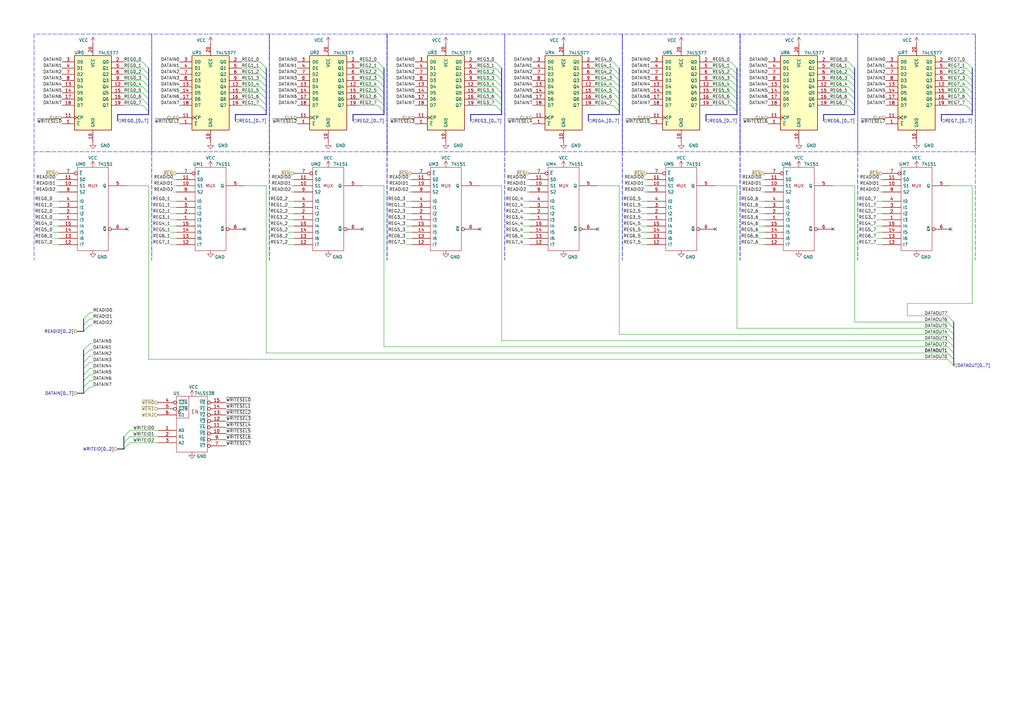
<source format=kicad_sch>
(kicad_sch (version 20211123) (generator eeschema)
  (paper "A3")
  (lib_symbols
    (symbol "74xx:74LS377" (pin_names (offset 1.016))
      (property "Reference" "U" (at -7.62 16.51 0))
      (property "Value" "74LS377" (at -7.62 -16.51 0))
      (symbol "74LS377_1_0"
        (pin input line (at -12.7 -12.7 0) (length 5.08) (name "~{E}") (number "1"))
        (pin power_in line (at 0 -20.32 90) (length 5.08) (name "GND") (number "10"))
        (pin input clock (at -12.7 -10.16 0) (length 5.08) (name "CP") (number "11"))
        (pin output line (at 12.7 2.54 180) (length 5.08) (name "Q4") (number "12"))
        (pin input line (at -12.7 2.54 0) (length 5.08) (name "D4") (number "13"))
        (pin input line (at -12.7 0 0) (length 5.08) (name "D5") (number "14"))
        (pin output line (at 12.7 0 180) (length 5.08) (name "Q5") (number "15"))
        (pin output line (at 12.7 -2.54 180) (length 5.08) (name "Q6") (number "16"))
        (pin input line (at -12.7 -2.54 0) (length 5.08) (name "D6") (number "17"))
        (pin input line (at -12.7 -5.08 0) (length 5.08) (name "D7") (number "18"))
        (pin output line (at 12.7 -5.08 180) (length 5.08) (name "Q7") (number "19"))
        (pin output line (at 12.7 12.7 180) (length 5.08) (name "Q0") (number "2"))
        (pin power_in line (at 0 20.32 270) (length 5.08) (name "VCC") (number "20"))
        (pin input line (at -12.7 12.7 0) (length 5.08) (name "D0") (number "3"))
        (pin input line (at -12.7 10.16 0) (length 5.08) (name "D1") (number "4"))
        (pin output line (at 12.7 10.16 180) (length 5.08) (name "Q1") (number "5"))
        (pin output line (at 12.7 7.62 180) (length 5.08) (name "Q2") (number "6"))
        (pin input line (at -12.7 7.62 0) (length 5.08) (name "D2") (number "7"))
        (pin input line (at -12.7 5.08 0) (length 5.08) (name "D3") (number "8"))
        (pin output line (at 12.7 5.08 180) (length 5.08) (name "Q3") (number "9"))
      )
      (symbol "74LS377_1_1"
        (rectangle (start -7.62 15.24) (end 7.62 -15.24) (stroke (width 0.254)) (fill (type background)))
      )
    )
    (symbol "74xx_IEEE:74151" (pin_names (offset 0.762))
      (property "Reference" "U" (at 5.08 17.78 0))
      (property "Value" "74151" (at 8.89 -20.32 0))
      (symbol "74151_0_0"
        (rectangle (start -6.35 16.51) (end 6.35 -17.78))
        (text "MUX" (at 0 8.89 0) (effects (font (size 1.27 1.27))))
        (pin power_in line (at 0 16.51 270) (length 0) hide (name "VCC") (number "16"))
        (pin power_in line (at 0 -17.78 90) (length 0) hide (name "GND") (number "8"))
      )
      (symbol "74151_1_1"
        (pin input line (at -13.97 -5.08 0) (length 7.62) (name "I3") (number "1"))
        (pin input line (at -13.97 8.89 0) (length 7.62) (name "S1") (number "10"))
        (pin input line (at -13.97 11.43 0) (length 7.62) (name "S0") (number "11"))
        (pin input line (at -13.97 -15.24 0) (length 7.62) (name "I7") (number "12"))
        (pin input line (at -13.97 -12.7 0) (length 7.62) (name "I6") (number "13"))
        (pin input line (at -13.97 -10.16 0) (length 7.62) (name "I5") (number "14"))
        (pin input line (at -13.97 -7.62 0) (length 7.62) (name "I4") (number "15"))
        (pin input line (at -13.97 -2.54 0) (length 7.62) (name "I2") (number "2"))
        (pin input line (at -13.97 0 0) (length 7.62) (name "I1") (number "3"))
        (pin input line (at -13.97 2.54 0) (length 7.62) (name "I0") (number "4"))
        (pin output line (at 13.97 8.89 180) (length 7.62) (name "Q") (number "5"))
        (pin output inverted (at 13.97 -8.89 180) (length 7.62) (name "~{Q}") (number "6"))
        (pin input inverted (at -13.97 13.97 0) (length 7.62) (name "~{E}") (number "7"))
        (pin input line (at -13.97 6.35 0) (length 7.62) (name "S2") (number "9"))
      )
    )
    (symbol "74xx_IEEE:74LS138" (pin_names (offset 0.762))
      (property "Reference" "U" (at 3.81 8.89 0))
      (property "Value" "74LS138" (at 8.89 -16.51 0))
      (symbol "74LS138_0_0"
        (polyline (pts (xy -1.27 7.62) (xy -1.27 -1.27) (xy -6.35 -1.27) (xy -6.35 -1.27)))
        (text "&" (at -5.08 1.27 0) (effects (font (size 1.524 1.524))))
        (text "EN" (at 1.27 1.27 0) (effects (font (size 1.524 1.524))))
        (pin power_in line (at 0 7.62 270) (length 0) hide (name "VCC") (number "16"))
      )
      (symbol "74LS138_0_1"
        (rectangle (start -6.35 7.62) (end 6.35 -15.24))
      )
      (symbol "74LS138_1_1"
        (pin input line (at -13.97 -6.35 0) (length 7.62) (name "A0") (number "1"))
        (pin output inverted (at 13.97 -7.62 180) (length 7.62) (name "~{Y5}") (number "10"))
        (pin output inverted (at 13.97 -5.08 180) (length 7.62) (name "~{Y4}") (number "11"))
        (pin output inverted (at 13.97 -2.54 180) (length 7.62) (name "~{Y3}") (number "12"))
        (pin output inverted (at 13.97 0 180) (length 7.62) (name "~{Y2}") (number "13"))
        (pin output inverted (at 13.97 2.54 180) (length 7.62) (name "~{Y1}") (number "14"))
        (pin output inverted (at 13.97 5.08 180) (length 7.62) (name "~{Y0}") (number "15"))
        (pin input line (at -13.97 -8.89 0) (length 7.62) (name "A1") (number "2"))
        (pin input line (at -13.97 -11.43 0) (length 7.62) (name "A2") (number "3"))
        (pin input inverted (at -13.97 5.08 0) (length 7.62) (name "~{G2A}") (number "4"))
        (pin input inverted (at -13.97 2.54 0) (length 7.62) (name "~{G2B}") (number "5"))
        (pin input line (at -13.97 0 0) (length 7.62) (name "G1") (number "6"))
        (pin output inverted (at 13.97 -12.7 180) (length 7.62) (name "~{Y7}") (number "7"))
        (pin power_in line (at 0 -15.24 90) (length 0) hide (name "GND") (number "8"))
        (pin output inverted (at 13.97 -10.16 180) (length 7.62) (name "~{Y6}") (number "9"))
      )
    )
    (symbol "power:GND" (power) (pin_names (offset 0))
      (property "Value" "GND" (at 0 -3.81 0))
      (symbol "GND_0_1"
        (polyline (pts (xy 0 0) (xy 0 -1.27) (xy 1.27 -1.27) (xy 0 -2.54) (xy -1.27 -1.27) (xy 0 -1.27)))
      )
      (symbol "GND_1_1"
        (pin power_in line (at 0 0 270) (length 0) hide (name "GND") (number "1"))
      )
    )
    (symbol "power:VCC" (power) (pin_names (offset 0))
      (property "Value" "VCC" (at 0 3.81 0))
      (symbol "VCC_0_1"
        (polyline (pts (xy -0.762 1.27) (xy 0 2.54)))
        (polyline (pts (xy 0 0) (xy 0 2.54)))
        (polyline (pts (xy 0 2.54) (xy 0.762 1.27)))
      )
      (symbol "VCC_1_1"
        (pin power_in line (at 0 0 90) (length 0) hide (name "VCC") (number "1"))
      )
    )
  )
  (no_connect (at 196.85 93.98))
  (no_connect (at 148.59 93.98))
  (no_connect (at 100.33 93.98))
  (no_connect (at 341.63 93.98))
  (no_connect (at 389.89 93.98))
  (no_connect (at 52.07 93.98))
  (no_connect (at 245.11 93.98))
  (no_connect (at 293.37 93.98))
  (bus_entry (at 154.94 43.18) (size 2.54 2.54))
  (bus_entry (at 388.62 144.78) (size 2.54 2.54))
  (bus_entry (at 106.68 25.4) (size 2.54 2.54))
  (bus_entry (at 36.83 140.97) (size -2.54 2.54))
  (bus_entry (at 203.2 40.64) (size 2.54 2.54))
  (bus_entry (at 106.68 33.02) (size 2.54 2.54))
  (bus_entry (at 388.62 134.62) (size 2.54 2.54))
  (bus_entry (at 36.83 156.21) (size -2.54 2.54))
  (bus_entry (at 106.68 35.56) (size 2.54 2.54))
  (bus_entry (at 203.2 33.02) (size 2.54 2.54))
  (bus_entry (at 299.72 40.64) (size 2.54 2.54))
  (bus_entry (at 347.98 38.1) (size 2.54 2.54))
  (bus_entry (at 396.24 38.1) (size 2.54 2.54))
  (bus_entry (at 203.2 38.1) (size 2.54 2.54))
  (bus_entry (at 58.42 35.56) (size 2.54 2.54))
  (bus_entry (at 203.2 27.94) (size 2.54 2.54))
  (bus_entry (at 388.62 139.7) (size 2.54 2.54))
  (bus_entry (at 388.62 147.32) (size 2.54 2.54))
  (bus_entry (at 203.2 30.48) (size 2.54 2.54))
  (bus_entry (at 396.24 25.4) (size 2.54 2.54))
  (bus_entry (at 251.46 43.18) (size 2.54 2.54))
  (bus_entry (at 388.62 142.24) (size 2.54 2.54))
  (bus_entry (at 347.98 33.02) (size 2.54 2.54))
  (bus_entry (at 106.68 38.1) (size 2.54 2.54))
  (bus_entry (at 203.2 43.18) (size 2.54 2.54))
  (bus_entry (at 36.83 158.75) (size -2.54 2.54))
  (bus_entry (at 36.83 130.81) (size -2.54 2.54))
  (bus_entry (at 299.72 35.56) (size 2.54 2.54))
  (bus_entry (at 396.24 43.18) (size 2.54 2.54))
  (bus_entry (at 36.83 133.35) (size -2.54 2.54))
  (bus_entry (at 396.24 35.56) (size 2.54 2.54))
  (bus_entry (at 106.68 43.18) (size 2.54 2.54))
  (bus_entry (at 58.42 30.48) (size 2.54 2.54))
  (bus_entry (at 388.62 137.16) (size 2.54 2.54))
  (bus_entry (at 154.94 30.48) (size 2.54 2.54))
  (bus_entry (at 347.98 35.56) (size 2.54 2.54))
  (bus_entry (at 347.98 25.4) (size 2.54 2.54))
  (bus_entry (at 347.98 40.64) (size 2.54 2.54))
  (bus_entry (at 58.42 43.18) (size 2.54 2.54))
  (bus_entry (at 299.72 38.1) (size 2.54 2.54))
  (bus_entry (at 396.24 30.48) (size 2.54 2.54))
  (bus_entry (at 106.68 30.48) (size 2.54 2.54))
  (bus_entry (at 36.83 153.67) (size -2.54 2.54))
  (bus_entry (at 299.72 33.02) (size 2.54 2.54))
  (bus_entry (at 58.42 40.64) (size 2.54 2.54))
  (bus_entry (at 36.83 148.59) (size -2.54 2.54))
  (bus_entry (at 58.42 33.02) (size 2.54 2.54))
  (bus_entry (at 154.94 33.02) (size 2.54 2.54))
  (bus_entry (at 106.68 27.94) (size 2.54 2.54))
  (bus_entry (at 251.46 27.94) (size 2.54 2.54))
  (bus_entry (at 106.68 40.64) (size 2.54 2.54))
  (bus_entry (at 299.72 27.94) (size 2.54 2.54))
  (bus_entry (at 53.34 179.07) (size -2.54 2.54))
  (bus_entry (at 203.2 25.4) (size 2.54 2.54))
  (bus_entry (at 396.24 27.94) (size 2.54 2.54))
  (bus_entry (at 58.42 27.94) (size 2.54 2.54))
  (bus_entry (at 58.42 25.4) (size 2.54 2.54))
  (bus_entry (at 251.46 35.56) (size 2.54 2.54))
  (bus_entry (at 347.98 43.18) (size 2.54 2.54))
  (bus_entry (at 36.83 151.13) (size -2.54 2.54))
  (bus_entry (at 396.24 40.64) (size 2.54 2.54))
  (bus_entry (at 299.72 30.48) (size 2.54 2.54))
  (bus_entry (at 251.46 38.1) (size 2.54 2.54))
  (bus_entry (at 53.34 181.61) (size -2.54 2.54))
  (bus_entry (at 299.72 25.4) (size 2.54 2.54))
  (bus_entry (at 53.34 176.53) (size -2.54 2.54))
  (bus_entry (at 154.94 27.94) (size 2.54 2.54))
  (bus_entry (at 251.46 33.02) (size 2.54 2.54))
  (bus_entry (at 251.46 25.4) (size 2.54 2.54))
  (bus_entry (at 396.24 33.02) (size 2.54 2.54))
  (bus_entry (at 36.83 146.05) (size -2.54 2.54))
  (bus_entry (at 251.46 30.48) (size 2.54 2.54))
  (bus_entry (at 203.2 35.56) (size 2.54 2.54))
  (bus_entry (at 154.94 40.64) (size 2.54 2.54))
  (bus_entry (at 388.62 129.54) (size 2.54 2.54))
  (bus_entry (at 154.94 35.56) (size 2.54 2.54))
  (bus_entry (at 251.46 40.64) (size 2.54 2.54))
  (bus_entry (at 388.62 132.08) (size 2.54 2.54))
  (bus_entry (at 154.94 25.4) (size 2.54 2.54))
  (bus_entry (at 36.83 143.51) (size -2.54 2.54))
  (bus_entry (at 58.42 38.1) (size 2.54 2.54))
  (bus_entry (at 347.98 27.94) (size 2.54 2.54))
  (bus_entry (at 154.94 38.1) (size 2.54 2.54))
  (bus_entry (at 299.72 43.18) (size 2.54 2.54))
  (bus_entry (at 36.83 128.27) (size -2.54 2.54))
  (bus_entry (at 347.98 30.48) (size 2.54 2.54))
  (wire (pts (xy 167.64 73.66) (xy 168.91 73.66)))
  (wire (pts (xy 118.11 85.09) (xy 120.65 85.09)))
  (polyline (pts (xy 207.01 62.23) (xy 212.09 62.23)))
  (bus (pts (xy 144.78 46.99) (xy 157.48 46.99)))
  (bus (pts (xy 157.48 38.1) (xy 157.48 40.64)))
  (wire (pts (xy 254 137.16) (xy 388.62 137.16)))
  (wire (pts (xy 340.36 40.64) (xy 347.98 40.64)))
  (wire (pts (xy 243.84 30.48) (xy 251.46 30.48)))
  (wire (pts (xy 388.62 27.94) (xy 396.24 27.94)))
  (bus (pts (xy 157.48 33.02) (xy 157.48 35.56)))
  (wire (pts (xy 312.42 78.74) (xy 313.69 78.74)))
  (wire (pts (xy 215.9 78.74) (xy 217.17 78.74)))
  (bus (pts (xy 398.78 40.64) (xy 398.78 43.18)))
  (wire (pts (xy 262.89 97.79) (xy 265.43 97.79)))
  (polyline (pts (xy 303.53 62.23) (xy 308.61 62.23)))
  (bus (pts (xy 157.48 43.18) (xy 157.48 45.72)))
  (wire (pts (xy 38.1 156.21) (xy 36.83 156.21)))
  (wire (pts (xy 69.85 97.79) (xy 72.39 97.79)))
  (wire (pts (xy 71.12 73.66) (xy 72.39 73.66)))
  (polyline (pts (xy 62.23 13.97) (xy 62.23 62.23)))
  (bus (pts (xy 109.22 35.56) (xy 109.22 38.1)))
  (polyline (pts (xy 163.83 62.23) (xy 207.01 62.23)))
  (wire (pts (xy 312.42 73.66) (xy 313.69 73.66)))
  (wire (pts (xy 350.52 132.08) (xy 388.62 132.08)))
  (wire (pts (xy 195.58 30.48) (xy 203.2 30.48)))
  (bus (pts (xy 391.16 132.08) (xy 391.16 134.62)))
  (bus (pts (xy 34.29 153.67) (xy 34.29 156.21)))
  (wire (pts (xy 243.84 35.56) (xy 251.46 35.56)))
  (wire (pts (xy 243.84 40.64) (xy 251.46 40.64)))
  (bus (pts (xy 391.16 134.62) (xy 391.16 137.16)))
  (wire (pts (xy 99.06 35.56) (xy 106.68 35.56)))
  (wire (pts (xy 21.59 95.25) (xy 24.13 95.25)))
  (wire (pts (xy 311.15 85.09) (xy 313.69 85.09)))
  (wire (pts (xy 340.36 43.18) (xy 347.98 43.18)))
  (polyline (pts (xy 110.49 62.23) (xy 110.49 13.97)))
  (bus (pts (xy 302.26 43.18) (xy 302.26 45.72)))
  (bus (pts (xy 302.26 33.02) (xy 302.26 35.56)))
  (polyline (pts (xy 303.53 13.97) (xy 255.27 13.97)))
  (bus (pts (xy 157.48 40.64) (xy 157.48 43.18)))
  (polyline (pts (xy 62.23 62.23) (xy 67.31 62.23)))
  (bus (pts (xy 302.26 40.64) (xy 302.26 43.18)))
  (polyline (pts (xy 255.27 62.23) (xy 255.27 106.68)))
  (wire (pts (xy 166.37 97.79) (xy 168.91 97.79)))
  (bus (pts (xy 34.29 130.81) (xy 34.29 133.35)))
  (polyline (pts (xy 110.49 62.23) (xy 110.49 106.68)))
  (wire (pts (xy 195.58 43.18) (xy 203.2 43.18)))
  (wire (pts (xy 254 76.2) (xy 254 137.16)))
  (wire (pts (xy 311.15 92.71) (xy 313.69 92.71)))
  (bus (pts (xy 60.96 35.56) (xy 60.96 38.1)))
  (polyline (pts (xy 115.57 62.23) (xy 158.75 62.23)))
  (wire (pts (xy 38.1 140.97) (xy 36.83 140.97)))
  (wire (pts (xy 147.32 40.64) (xy 154.94 40.64)))
  (bus (pts (xy 289.56 49.53) (xy 289.56 46.99)))
  (bus (pts (xy 302.26 45.72) (xy 302.26 46.99)))
  (wire (pts (xy 50.8 25.4) (xy 58.42 25.4)))
  (polyline (pts (xy 110.49 13.97) (xy 110.49 62.23)))
  (bus (pts (xy 34.29 143.51) (xy 34.29 146.05)))
  (wire (pts (xy 50.8 27.94) (xy 58.42 27.94)))
  (bus (pts (xy 109.22 27.94) (xy 109.22 30.48)))
  (wire (pts (xy 60.96 147.32) (xy 388.62 147.32)))
  (wire (pts (xy 38.1 130.81) (xy 36.83 130.81)))
  (wire (pts (xy 60.96 76.2) (xy 60.96 147.32)))
  (wire (pts (xy 147.32 30.48) (xy 154.94 30.48)))
  (wire (pts (xy 166.37 85.09) (xy 168.91 85.09)))
  (wire (pts (xy 22.86 73.66) (xy 24.13 73.66)))
  (wire (pts (xy 311.15 100.33) (xy 313.69 100.33)))
  (wire (pts (xy 311.15 87.63) (xy 313.69 87.63)))
  (bus (pts (xy 391.16 139.7) (xy 391.16 142.24)))
  (bus (pts (xy 254 33.02) (xy 254 35.56)))
  (wire (pts (xy 215.9 76.2) (xy 217.17 76.2)))
  (wire (pts (xy 340.36 30.48) (xy 347.98 30.48)))
  (polyline (pts (xy 62.23 62.23) (xy 62.23 106.68)))
  (wire (pts (xy 99.06 25.4) (xy 106.68 25.4)))
  (wire (pts (xy 71.12 76.2) (xy 72.39 76.2)))
  (bus (pts (xy 31.75 135.89) (xy 34.29 135.89)))
  (bus (pts (xy 109.22 33.02) (xy 109.22 35.56)))
  (bus (pts (xy 144.78 49.53) (xy 144.78 46.99)))
  (bus (pts (xy 193.04 46.99) (xy 205.74 46.99)))
  (polyline (pts (xy 13.97 62.23) (xy 13.97 106.68)))
  (polyline (pts (xy 158.75 62.23) (xy 158.75 106.68)))
  (wire (pts (xy 69.85 85.09) (xy 72.39 85.09)))
  (bus (pts (xy 391.16 142.24) (xy 391.16 144.78)))
  (bus (pts (xy 289.56 46.99) (xy 302.26 46.99)))
  (polyline (pts (xy 356.87 62.23) (xy 400.05 62.23)))
  (bus (pts (xy 398.78 45.72) (xy 398.78 46.99)))
  (wire (pts (xy 21.59 100.33) (xy 24.13 100.33)))
  (polyline (pts (xy 19.05 62.23) (xy 62.23 62.23)))
  (wire (pts (xy 195.58 33.02) (xy 203.2 33.02)))
  (wire (pts (xy 205.74 76.2) (xy 196.85 76.2)))
  (wire (pts (xy 243.84 43.18) (xy 251.46 43.18)))
  (bus (pts (xy 109.22 43.18) (xy 109.22 45.72)))
  (bus (pts (xy 350.52 30.48) (xy 350.52 33.02)))
  (wire (pts (xy 118.11 97.79) (xy 120.65 97.79)))
  (bus (pts (xy 50.8 181.61) (xy 50.8 184.15)))
  (bus (pts (xy 398.78 38.1) (xy 398.78 40.64)))
  (wire (pts (xy 340.36 27.94) (xy 347.98 27.94)))
  (wire (pts (xy 167.64 78.74) (xy 168.91 78.74)))
  (wire (pts (xy 21.59 87.63) (xy 24.13 87.63)))
  (wire (pts (xy 166.37 100.33) (xy 168.91 100.33)))
  (wire (pts (xy 69.85 100.33) (xy 72.39 100.33)))
  (wire (pts (xy 38.1 133.35) (xy 36.83 133.35)))
  (wire (pts (xy 262.89 82.55) (xy 265.43 82.55)))
  (wire (pts (xy 99.06 30.48) (xy 106.68 30.48)))
  (bus (pts (xy 157.48 45.72) (xy 157.48 46.99)))
  (wire (pts (xy 166.37 92.71) (xy 168.91 92.71)))
  (wire (pts (xy 157.48 142.24) (xy 388.62 142.24)))
  (bus (pts (xy 109.22 30.48) (xy 109.22 33.02)))
  (polyline (pts (xy 400.05 62.23) (xy 400.05 13.97)))
  (wire (pts (xy 311.15 97.79) (xy 313.69 97.79)))
  (wire (pts (xy 243.84 27.94) (xy 251.46 27.94)))
  (wire (pts (xy 99.06 43.18) (xy 106.68 43.18)))
  (polyline (pts (xy 255.27 62.23) (xy 255.27 106.68)))
  (bus (pts (xy 398.78 43.18) (xy 398.78 45.72)))
  (bus (pts (xy 205.74 30.48) (xy 205.74 33.02)))
  (wire (pts (xy 359.41 95.25) (xy 361.95 95.25)))
  (wire (pts (xy 22.86 76.2) (xy 24.13 76.2)))
  (polyline (pts (xy 110.49 62.23) (xy 115.57 62.23)))
  (wire (pts (xy 38.1 151.13) (xy 36.83 151.13)))
  (wire (pts (xy 359.41 92.71) (xy 361.95 92.71)))
  (wire (pts (xy 214.63 87.63) (xy 217.17 87.63)))
  (wire (pts (xy 340.36 35.56) (xy 347.98 35.56)))
  (polyline (pts (xy 400.05 62.23) (xy 400.05 106.68)))
  (bus (pts (xy 34.29 158.75) (xy 34.29 161.29)))
  (wire (pts (xy 119.38 73.66) (xy 120.65 73.66)))
  (wire (pts (xy 262.89 92.71) (xy 265.43 92.71)))
  (wire (pts (xy 38.1 143.51) (xy 36.83 143.51)))
  (polyline (pts (xy 110.49 13.97) (xy 110.49 62.23)))
  (wire (pts (xy 388.62 38.1) (xy 396.24 38.1)))
  (wire (pts (xy 360.68 73.66) (xy 361.95 73.66)))
  (polyline (pts (xy 207.01 62.23) (xy 207.01 13.97)))
  (bus (pts (xy 109.22 45.72) (xy 109.22 46.99)))
  (wire (pts (xy 292.1 35.56) (xy 299.72 35.56)))
  (wire (pts (xy 292.1 25.4) (xy 299.72 25.4)))
  (wire (pts (xy 53.34 176.53) (xy 64.77 176.53)))
  (bus (pts (xy 34.29 156.21) (xy 34.29 158.75)))
  (polyline (pts (xy 351.79 13.97) (xy 303.53 13.97)))
  (bus (pts (xy 109.22 40.64) (xy 109.22 43.18)))
  (wire (pts (xy 372.11 129.54) (xy 388.62 129.54)))
  (polyline (pts (xy 400.05 13.97) (xy 351.79 13.97)))
  (wire (pts (xy 262.89 90.17) (xy 265.43 90.17)))
  (wire (pts (xy 302.26 76.2) (xy 302.26 134.62)))
  (wire (pts (xy 205.74 139.7) (xy 388.62 139.7)))
  (wire (pts (xy 195.58 27.94) (xy 203.2 27.94)))
  (wire (pts (xy 69.85 95.25) (xy 72.39 95.25)))
  (wire (pts (xy 99.06 38.1) (xy 106.68 38.1)))
  (wire (pts (xy 262.89 85.09) (xy 265.43 85.09)))
  (polyline (pts (xy 351.79 13.97) (xy 351.79 62.23)))
  (bus (pts (xy 205.74 33.02) (xy 205.74 35.56)))
  (bus (pts (xy 60.96 40.64) (xy 60.96 43.18)))
  (polyline (pts (xy 110.49 62.23) (xy 110.49 106.68)))
  (wire (pts (xy 359.41 85.09) (xy 361.95 85.09)))
  (wire (pts (xy 359.41 87.63) (xy 361.95 87.63)))
  (polyline (pts (xy 207.01 62.23) (xy 207.01 106.68)))
  (wire (pts (xy 21.59 97.79) (xy 24.13 97.79)))
  (wire (pts (xy 292.1 30.48) (xy 299.72 30.48)))
  (polyline (pts (xy 62.23 62.23) (xy 62.23 13.97)))
  (wire (pts (xy 69.85 87.63) (xy 72.39 87.63)))
  (wire (pts (xy 50.8 35.56) (xy 58.42 35.56)))
  (wire (pts (xy 214.63 85.09) (xy 217.17 85.09)))
  (wire (pts (xy 262.89 87.63) (xy 265.43 87.63)))
  (wire (pts (xy 302.26 76.2) (xy 293.37 76.2)))
  (wire (pts (xy 21.59 82.55) (xy 24.13 82.55)))
  (wire (pts (xy 311.15 82.55) (xy 313.69 82.55)))
  (bus (pts (xy 109.22 38.1) (xy 109.22 40.64)))
  (bus (pts (xy 398.78 27.94) (xy 398.78 30.48)))
  (bus (pts (xy 254 38.1) (xy 254 40.64)))
  (polyline (pts (xy 212.09 62.23) (xy 255.27 62.23)))
  (bus (pts (xy 60.96 38.1) (xy 60.96 40.64)))
  (bus (pts (xy 254 35.56) (xy 254 38.1)))
  (wire (pts (xy 147.32 25.4) (xy 154.94 25.4)))
  (polyline (pts (xy 303.53 13.97) (xy 303.53 62.23)))
  (wire (pts (xy 99.06 27.94) (xy 106.68 27.94)))
  (bus (pts (xy 205.74 27.94) (xy 205.74 30.48)))
  (polyline (pts (xy 255.27 62.23) (xy 260.35 62.23)))
  (bus (pts (xy 60.96 30.48) (xy 60.96 33.02)))
  (bus (pts (xy 391.16 137.16) (xy 391.16 139.7)))
  (wire (pts (xy 388.62 30.48) (xy 396.24 30.48)))
  (bus (pts (xy 386.08 46.99) (xy 398.78 46.99)))
  (wire (pts (xy 166.37 87.63) (xy 168.91 87.63)))
  (polyline (pts (xy 158.75 13.97) (xy 158.75 62.23)))
  (bus (pts (xy 48.26 46.99) (xy 60.96 46.99)))
  (wire (pts (xy 214.63 90.17) (xy 217.17 90.17)))
  (wire (pts (xy 312.42 76.2) (xy 313.69 76.2)))
  (polyline (pts (xy 255.27 13.97) (xy 255.27 62.23)))
  (wire (pts (xy 311.15 95.25) (xy 313.69 95.25)))
  (wire (pts (xy 254 76.2) (xy 245.11 76.2)))
  (bus (pts (xy 302.26 30.48) (xy 302.26 33.02)))
  (wire (pts (xy 388.62 35.56) (xy 396.24 35.56)))
  (wire (pts (xy 243.84 33.02) (xy 251.46 33.02)))
  (wire (pts (xy 119.38 76.2) (xy 120.65 76.2)))
  (wire (pts (xy 50.8 38.1) (xy 58.42 38.1)))
  (wire (pts (xy 147.32 33.02) (xy 154.94 33.02)))
  (bus (pts (xy 398.78 33.02) (xy 398.78 35.56)))
  (bus (pts (xy 205.74 35.56) (xy 205.74 38.1)))
  (wire (pts (xy 360.68 78.74) (xy 361.95 78.74)))
  (bus (pts (xy 391.16 147.32) (xy 391.16 149.86)))
  (bus (pts (xy 34.29 133.35) (xy 34.29 135.89)))
  (bus (pts (xy 48.26 184.15) (xy 50.8 184.15)))
  (bus (pts (xy 398.78 35.56) (xy 398.78 38.1)))
  (polyline (pts (xy 158.75 62.23) (xy 158.75 13.97)))
  (bus (pts (xy 34.29 151.13) (xy 34.29 153.67)))
  (wire (pts (xy 71.12 78.74) (xy 72.39 78.74)))
  (bus (pts (xy 193.04 49.53) (xy 193.04 46.99)))
  (bus (pts (xy 157.48 27.94) (xy 157.48 30.48)))
  (wire (pts (xy 359.41 82.55) (xy 361.95 82.55)))
  (wire (pts (xy 69.85 90.17) (xy 72.39 90.17)))
  (polyline (pts (xy 62.23 13.97) (xy 62.23 62.23)))
  (wire (pts (xy 359.41 100.33) (xy 361.95 100.33)))
  (wire (pts (xy 214.63 95.25) (xy 217.17 95.25)))
  (wire (pts (xy 53.34 181.61) (xy 64.77 181.61)))
  (bus (pts (xy 60.96 45.72) (xy 60.96 46.99)))
  (bus (pts (xy 254 40.64) (xy 254 43.18)))
  (wire (pts (xy 292.1 27.94) (xy 299.72 27.94)))
  (polyline (pts (xy 351.79 62.23) (xy 351.79 13.97)))
  (wire (pts (xy 147.32 38.1) (xy 154.94 38.1)))
  (wire (pts (xy 21.59 92.71) (xy 24.13 92.71)))
  (polyline (pts (xy 67.31 62.23) (xy 110.49 62.23)))
  (bus (pts (xy 254 43.18) (xy 254 45.72)))
  (bus (pts (xy 391.16 144.78) (xy 391.16 147.32)))
  (wire (pts (xy 147.32 43.18) (xy 154.94 43.18)))
  (polyline (pts (xy 110.49 13.97) (xy 62.23 13.97)))
  (bus (pts (xy 302.26 27.94) (xy 302.26 30.48)))
  (wire (pts (xy 167.64 76.2) (xy 168.91 76.2)))
  (polyline (pts (xy 207.01 62.23) (xy 207.01 106.68)))
  (polyline (pts (xy 13.97 62.23) (xy 19.05 62.23)))
  (polyline (pts (xy 303.53 13.97) (xy 303.53 62.23)))
  (bus (pts (xy 337.82 46.99) (xy 350.52 46.99)))
  (wire (pts (xy 22.86 78.74) (xy 24.13 78.74)))
  (wire (pts (xy 147.32 27.94) (xy 154.94 27.94)))
  (bus (pts (xy 350.52 40.64) (xy 350.52 43.18)))
  (wire (pts (xy 360.68 76.2) (xy 361.95 76.2)))
  (polyline (pts (xy 13.97 13.97) (xy 13.97 62.23)))
  (polyline (pts (xy 158.75 13.97) (xy 158.75 62.23)))
  (polyline (pts (xy 158.75 62.23) (xy 158.75 106.68)))
  (wire (pts (xy 38.1 153.67) (xy 36.83 153.67)))
  (wire (pts (xy 388.62 40.64) (xy 396.24 40.64)))
  (wire (pts (xy 195.58 35.56) (xy 203.2 35.56)))
  (wire (pts (xy 214.63 92.71) (xy 217.17 92.71)))
  (wire (pts (xy 99.06 40.64) (xy 106.68 40.64)))
  (bus (pts (xy 205.74 40.64) (xy 205.74 43.18)))
  (wire (pts (xy 99.06 33.02) (xy 106.68 33.02)))
  (polyline (pts (xy 303.53 62.23) (xy 303.53 106.68)))
  (wire (pts (xy 350.52 76.2) (xy 350.52 132.08)))
  (wire (pts (xy 157.48 76.2) (xy 157.48 142.24)))
  (bus (pts (xy 157.48 35.56) (xy 157.48 38.1)))
  (wire (pts (xy 262.89 100.33) (xy 265.43 100.33)))
  (wire (pts (xy 118.11 95.25) (xy 120.65 95.25)))
  (wire (pts (xy 398.78 76.2) (xy 389.89 76.2)))
  (polyline (pts (xy 207.01 13.97) (xy 207.01 62.23)))
  (wire (pts (xy 388.62 43.18) (xy 396.24 43.18)))
  (bus (pts (xy 350.52 33.02) (xy 350.52 35.56)))
  (wire (pts (xy 21.59 85.09) (xy 24.13 85.09)))
  (wire (pts (xy 214.63 97.79) (xy 217.17 97.79)))
  (wire (pts (xy 214.63 82.55) (xy 217.17 82.55)))
  (wire (pts (xy 166.37 90.17) (xy 168.91 90.17)))
  (wire (pts (xy 340.36 25.4) (xy 347.98 25.4)))
  (bus (pts (xy 205.74 45.72) (xy 205.74 46.99)))
  (bus (pts (xy 60.96 33.02) (xy 60.96 35.56)))
  (wire (pts (xy 205.74 76.2) (xy 205.74 139.7)))
  (bus (pts (xy 50.8 179.07) (xy 50.8 181.61)))
  (polyline (pts (xy 303.53 62.23) (xy 303.53 13.97)))
  (wire (pts (xy 292.1 43.18) (xy 299.72 43.18)))
  (bus (pts (xy 350.52 43.18) (xy 350.52 45.72)))
  (bus (pts (xy 205.74 38.1) (xy 205.74 40.64)))
  (bus (pts (xy 241.3 46.99) (xy 254 46.99)))
  (bus (pts (xy 398.78 30.48) (xy 398.78 33.02)))
  (wire (pts (xy 166.37 82.55) (xy 168.91 82.55)))
  (wire (pts (xy 302.26 134.62) (xy 388.62 134.62)))
  (wire (pts (xy 147.32 35.56) (xy 154.94 35.56)))
  (bus (pts (xy 31.75 161.29) (xy 34.29 161.29)))
  (wire (pts (xy 359.41 97.79) (xy 361.95 97.79)))
  (bus (pts (xy 157.48 30.48) (xy 157.48 33.02)))
  (polyline (pts (xy 255.27 13.97) (xy 255.27 62.23)))
  (bus (pts (xy 350.52 45.72) (xy 350.52 46.99)))
  (bus (pts (xy 350.52 27.94) (xy 350.52 30.48)))
  (bus (pts (xy 34.29 148.59) (xy 34.29 151.13)))
  (wire (pts (xy 388.62 25.4) (xy 396.24 25.4)))
  (bus (pts (xy 96.52 49.53) (xy 96.52 46.99)))
  (wire (pts (xy 264.16 73.66) (xy 265.43 73.66)))
  (wire (pts (xy 53.34 179.07) (xy 64.77 179.07)))
  (wire (pts (xy 166.37 95.25) (xy 168.91 95.25)))
  (wire (pts (xy 38.1 146.05) (xy 36.83 146.05)))
  (wire (pts (xy 50.8 43.18) (xy 58.42 43.18)))
  (bus (pts (xy 337.82 49.53) (xy 337.82 46.99)))
  (wire (pts (xy 38.1 128.27) (xy 36.83 128.27)))
  (polyline (pts (xy 62.23 13.97) (xy 13.97 13.97)))
  (polyline (pts (xy 400.05 13.97) (xy 400.05 62.23)))
  (polyline (pts (xy 255.27 13.97) (xy 207.01 13.97)))
  (wire (pts (xy 118.11 82.55) (xy 120.65 82.55)))
  (bus (pts (xy 48.26 49.53) (xy 48.26 46.99)))
  (polyline (pts (xy 351.79 62.23) (xy 356.87 62.23)))
  (polyline (pts (xy 351.79 62.23) (xy 351.79 106.68)))
  (bus (pts (xy 350.52 38.1) (xy 350.52 40.64)))
  (wire (pts (xy 340.36 38.1) (xy 347.98 38.1)))
  (wire (pts (xy 311.15 90.17) (xy 313.69 90.17)))
  (wire (pts (xy 243.84 25.4) (xy 251.46 25.4)))
  (bus (pts (xy 60.96 43.18) (xy 60.96 45.72)))
  (bus (pts (xy 60.96 27.94) (xy 60.96 30.48)))
  (wire (pts (xy 215.9 73.66) (xy 217.17 73.66)))
  (polyline (pts (xy 260.35 62.23) (xy 303.53 62.23)))
  (polyline (pts (xy 351.79 13.97) (xy 351.79 62.23)))
  (bus (pts (xy 96.52 46.99) (xy 109.22 46.99)))
  (bus (pts (xy 254 45.72) (xy 254 46.99)))
  (polyline (pts (xy 351.79 62.23) (xy 351.79 106.68)))
  (wire (pts (xy 50.8 40.64) (xy 58.42 40.64)))
  (polyline (pts (xy 158.75 62.23) (xy 163.83 62.23)))
  (wire (pts (xy 69.85 92.71) (xy 72.39 92.71)))
  (polyline (pts (xy 207.01 13.97) (xy 158.75 13.97)))
  (wire (pts (xy 262.89 95.25) (xy 265.43 95.25)))
  (bus (pts (xy 386.08 49.53) (xy 386.08 46.99)))
  (wire (pts (xy 109.22 144.78) (xy 388.62 144.78)))
  (wire (pts (xy 398.78 124.46) (xy 372.11 124.46)))
  (wire (pts (xy 195.58 25.4) (xy 203.2 25.4)))
  (wire (pts (xy 118.11 100.33) (xy 120.65 100.33)))
  (wire (pts (xy 292.1 33.02) (xy 299.72 33.02)))
  (wire (pts (xy 50.8 30.48) (xy 58.42 30.48)))
  (wire (pts (xy 195.58 40.64) (xy 203.2 40.64)))
  (bus (pts (xy 34.29 146.05) (xy 34.29 148.59)))
  (bus (pts (xy 205.74 43.18) (xy 205.74 45.72)))
  (wire (pts (xy 69.85 82.55) (xy 72.39 82.55)))
  (bus (pts (xy 254 30.48) (xy 254 33.02)))
  (wire (pts (xy 118.11 87.63) (xy 120.65 87.63)))
  (wire (pts (xy 38.1 158.75) (xy 36.83 158.75)))
  (wire (pts (xy 388.62 33.02) (xy 396.24 33.02)))
  (wire (pts (xy 195.58 38.1) (xy 203.2 38.1)))
  (wire (pts (xy 118.11 90.17) (xy 120.65 90.17)))
  (wire (pts (xy 109.22 76.2) (xy 109.22 144.78)))
  (bus (pts (xy 302.26 35.56) (xy 302.26 38.1)))
  (wire (pts (xy 264.16 76.2) (xy 265.43 76.2)))
  (wire (pts (xy 359.41 90.17) (xy 361.95 90.17)))
  (wire (pts (xy 292.1 38.1) (xy 299.72 38.1)))
  (bus (pts (xy 302.26 38.1) (xy 302.26 40.64)))
  (polyline (pts (xy 308.61 62.23) (xy 351.79 62.23)))
  (bus (pts (xy 254 27.94) (xy 254 30.48)))
  (bus (pts (xy 241.3 49.53) (xy 241.3 46.99)))
  (wire (pts (xy 214.63 100.33) (xy 217.17 100.33)))
  (wire (pts (xy 157.48 76.2) (xy 148.59 76.2)))
  (wire (pts (xy 50.8 33.02) (xy 58.42 33.02)))
  (wire (pts (xy 109.22 76.2) (xy 100.33 76.2)))
  (wire (pts (xy 119.38 78.74) (xy 120.65 78.74)))
  (polyline (pts (xy 207.01 13.97) (xy 207.01 62.23)))
  (wire (pts (xy 264.16 78.74) (xy 265.43 78.74)))
  (wire (pts (xy 243.84 38.1) (xy 251.46 38.1)))
  (wire (pts (xy 350.52 76.2) (xy 341.63 76.2)))
  (wire (pts (xy 21.59 90.17) (xy 24.13 90.17)))
  (wire (pts (xy 340.36 33.02) (xy 347.98 33.02)))
  (wire (pts (xy 60.96 76.2) (xy 52.07 76.2)))
  (wire (pts (xy 38.1 148.59) (xy 36.83 148.59)))
  (wire (pts (xy 398.78 76.2) (xy 398.78 124.46)))
  (bus (pts (xy 350.52 35.56) (xy 350.52 38.1)))
  (wire (pts (xy 118.11 92.71) (xy 120.65 92.71)))
  (polyline (pts (xy 62.23 62.23) (xy 62.23 106.68)))
  (polyline (pts (xy 158.75 13.97) (xy 110.49 13.97)))
  (polyline (pts (xy 303.53 62.23) (xy 303.53 106.68)))
  (wire (pts (xy 372.11 124.46) (xy 372.11 129.54)))
  (polyline (pts (xy 255.27 62.23) (xy 255.27 13.97)))
  (wire (pts (xy 292.1 40.64) (xy 299.72 40.64)))
  (label "READID2" (at 215.9 78.74 180))
  (label "READID1" (at 360.68 76.2 180))
  (label "REG7_3" (at 388.62 33.02 0))
  (label "REG1_4" (at 99.06 35.56 0))
  (label "REG7_7" (at 388.62 43.18 0))
  (label "REG3_1" (at 69.85 90.17 180))
  (label "DATAIN6" (at 25.4 40.64 180))
  (label "REG6_5" (at 340.36 38.1 0))
  (label "DATAOUT1" (at 388.62 144.78 180))
  (label "DATAIN7" (at 25.4 43.18 180))
  (label "~{WRITESEL2}" (at 92.71 170.18 0))
  (label "READID0" (at 215.9 73.66 180))
  (label "REG1_7" (at 99.06 43.18 0))
  (label "READID0" (at 38.1 128.27 0))
  (label "REG2_0" (at 21.59 87.63 180))
  (label "DATAIN2" (at 38.1 146.05 0))
  (label "DATAIN4" (at 363.22 35.56 180))
  (label "REG4_7" (at 243.84 43.18 0))
  (label "DATAIN1" (at 363.22 27.94 180))
  (label "REG2_5" (at 147.32 38.1 0))
  (label "REG4_3" (at 243.84 33.02 0))
  (label "REG7_4" (at 388.62 35.56 0))
  (label "REG3_6" (at 195.58 40.64 0))
  (label "~{WRITESEL1}" (at 92.71 167.64 0))
  (label "REG7_7" (at 359.41 100.33 180))
  (label "REG2_3" (at 166.37 87.63 180))
  (label "DATAIN0" (at 218.44 25.4 180))
  (label "DATAIN7" (at 121.92 43.18 180))
  (label "REG0_0" (at 21.59 82.55 180))
  (label "DATAIN5" (at 121.92 38.1 180))
  (label "REG6_2" (at 340.36 30.48 0))
  (label "REG6_3" (at 166.37 97.79 180))
  (label "REG4_2" (at 118.11 92.71 180))
  (label "DATAOUT7" (at 388.62 129.54 180))
  (label "REG7_0" (at 388.62 25.4 0))
  (label "REG3_4" (at 214.63 90.17 180))
  (label "REG3_2" (at 195.58 30.48 0))
  (label "REG7_6" (at 311.15 100.33 180))
  (label "DATAIN6" (at 170.18 40.64 180))
  (label "READID1" (at 119.38 76.2 180))
  (label "DATAIN5" (at 25.4 38.1 180))
  (label "REG5_5" (at 262.89 95.25 180))
  (label "REG3_3" (at 166.37 90.17 180))
  (label "REG6_3" (at 340.36 33.02 0))
  (label "READID0" (at 167.64 73.66 180))
  (label "WRITEID1" (at 54.61 179.07 0))
  (label "REG0_3" (at 166.37 82.55 180))
  (label "DATAIN0" (at 363.22 25.4 180))
  (label "DATAIN4" (at 38.1 151.13 0))
  (label "~{WRITESEL7}" (at 363.22 50.8 180))
  (label "REG4_3" (at 166.37 92.71 180))
  (label "DATAIN4" (at 170.18 35.56 180))
  (label "~{WRITESEL4}" (at 92.71 175.26 0))
  (label "DATAIN5" (at 314.96 38.1 180))
  (label "DATAIN2" (at 363.22 30.48 180))
  (label "DATAIN2" (at 266.7 30.48 180))
  (label "REG2_1" (at 69.85 87.63 180))
  (label "REG4_1" (at 243.84 27.94 0))
  (label "DATAIN4" (at 73.66 35.56 180))
  (label "REG4_7" (at 359.41 92.71 180))
  (label "REG7_0" (at 21.59 100.33 180))
  (label "REG1_1" (at 99.06 27.94 0))
  (label "READID1" (at 264.16 76.2 180))
  (label "REG4_6" (at 243.84 40.64 0))
  (label "REG5_7" (at 359.41 95.25 180))
  (label "REG6_0" (at 340.36 25.4 0))
  (label "REG2_3" (at 147.32 33.02 0))
  (label "REG3_2" (at 118.11 90.17 180))
  (label "REG6_4" (at 340.36 35.56 0))
  (label "REG5_2" (at 118.11 95.25 180))
  (label "DATAIN1" (at 121.92 27.94 180))
  (label "DATAIN6" (at 121.92 40.64 180))
  (label "REG7_2" (at 118.11 100.33 180))
  (label "DATAIN7" (at 38.1 158.75 0))
  (label "DATAIN7" (at 314.96 43.18 180))
  (label "DATAIN3" (at 170.18 33.02 180))
  (label "REG2_6" (at 147.32 40.64 0))
  (label "DATAIN0" (at 25.4 25.4 180))
  (label "REG7_5" (at 262.89 100.33 180))
  (label "REG7_2" (at 388.62 30.48 0))
  (label "READID0" (at 22.86 73.66 180))
  (label "READID0" (at 119.38 73.66 180))
  (label "READID2" (at 22.86 78.74 180))
  (label "READID2" (at 71.12 78.74 180))
  (label "REG1_4" (at 214.63 85.09 180))
  (label "REG5_6" (at 292.1 40.64 0))
  (label "READID0" (at 312.42 73.66 180))
  (label "READID1" (at 167.64 76.2 180))
  (label "DATAIN6" (at 314.96 40.64 180))
  (label "REG1_1" (at 69.85 85.09 180))
  (label "REG0_0" (at 50.8 25.4 0))
  (label "~{WRITESEL3}" (at 170.18 50.8 180))
  (label "REG2_7" (at 147.32 43.18 0))
  (label "DATAIN6" (at 266.7 40.64 180))
  (label "READID1" (at 312.42 76.2 180))
  (label "REG4_4" (at 243.84 35.56 0))
  (label "REG1_3" (at 99.06 33.02 0))
  (label "REG4_0" (at 21.59 92.71 180))
  (label "DATAIN4" (at 266.7 35.56 180))
  (label "REG2_2" (at 147.32 30.48 0))
  (label "REG7_6" (at 388.62 40.64 0))
  (label "WRITEID0" (at 54.61 176.53 0))
  (label "REG6_7" (at 340.36 43.18 0))
  (label "REG0_4" (at 214.63 82.55 180))
  (label "READID1" (at 215.9 76.2 180))
  (label "REG0_1" (at 50.8 27.94 0))
  (label "DATAIN1" (at 25.4 27.94 180))
  (label "REG7_1" (at 388.62 27.94 0))
  (label "REG4_5" (at 262.89 92.71 180))
  (label "REG3_7" (at 359.41 90.17 180))
  (label "DATAIN3" (at 363.22 33.02 180))
  (label "DATAOUT4" (at 388.62 137.16 180))
  (label "REG6_6" (at 340.36 40.64 0))
  (label "REG3_5" (at 262.89 90.17 180))
  (label "DATAIN4" (at 25.4 35.56 180))
  (label "REG2_1" (at 147.32 27.94 0))
  (label "DATAOUT1" (at 388.62 144.78 180))
  (label "DATAIN3" (at 25.4 33.02 180))
  (label "REG5_1" (at 69.85 95.25 180))
  (label "REG6_7" (at 359.41 97.79 180))
  (label "REG0_1" (at 69.85 82.55 180))
  (label "DATAOUT3" (at 388.62 139.7 180))
  (label "DATAIN3" (at 73.66 33.02 180))
  (label "REG1_5" (at 262.89 85.09 180))
  (label "REG6_5" (at 262.89 97.79 180))
  (label "DATAIN0" (at 266.7 25.4 180))
  (label "~{WRITESEL1}" (at 73.66 50.8 180))
  (label "DATAOUT6" (at 388.62 132.08 180))
  (label "REG7_3" (at 166.37 100.33 180))
  (label "~{WRITESEL5}" (at 92.71 177.8 0))
  (label "DATAIN6" (at 38.1 156.21 0))
  (label "REG1_5" (at 99.06 38.1 0))
  (label "DATAIN7" (at 363.22 43.18 180))
  (label "DATAIN7" (at 218.44 43.18 180))
  (label "DATAIN3" (at 314.96 33.02 180))
  (label "REG5_4" (at 214.63 95.25 180))
  (label "DATAIN3" (at 218.44 33.02 180))
  (label "REG1_0" (at 99.06 25.4 0))
  (label "REG2_2" (at 118.11 87.63 180))
  (label "~{WRITESEL5}" (at 266.7 50.8 180))
  (label "REG3_7" (at 195.58 43.18 0))
  (label "DATAIN1" (at 38.1 143.51 0))
  (label "READID0" (at 264.16 73.66 180))
  (label "DATAIN2" (at 314.96 30.48 180))
  (label "REG5_7" (at 292.1 43.18 0))
  (label "REG1_3" (at 166.37 85.09 180))
  (label "READID0" (at 360.68 73.66 180))
  (label "REG4_1" (at 69.85 92.71 180))
  (label "DATAIN2" (at 121.92 30.48 180))
  (label "REG5_2" (at 292.1 30.48 0))
  (label "DATAIN5" (at 218.44 38.1 180))
  (label "DATAIN2" (at 170.18 30.48 180))
  (label "DATAIN7" (at 73.66 43.18 180))
  (label "DATAIN2" (at 73.66 30.48 180))
  (label "~{WRITESEL0}" (at 25.4 50.8 180))
  (label "DATAIN6" (at 218.44 40.64 180))
  (label "DATAIN0" (at 314.96 25.4 180))
  (label "REG1_0" (at 21.59 85.09 180))
  (label "DATAOUT2" (at 388.62 142.24 180))
  (label "~{WRITESEL7}" (at 92.71 182.88 0))
  (label "REG0_2" (at 50.8 30.48 0))
  (label "DATAIN7" (at 266.7 43.18 180))
  (label "REG0_2" (at 118.11 82.55 180))
  (label "REG2_0" (at 147.32 25.4 0))
  (label "REG2_7" (at 359.41 87.63 180))
  (label "REG5_0" (at 292.1 25.4 0))
  (label "REG0_6" (at 50.8 40.64 0))
  (label "~{WRITESEL6}" (at 314.96 50.8 180))
  (label "DATAIN1" (at 266.7 27.94 180))
  (label "REG4_5" (at 243.84 38.1 0))
  (label "REG6_0" (at 21.59 97.79 180))
  (label "REG7_4" (at 214.63 100.33 180))
  (label "DATAIN0" (at 73.66 25.4 180))
  (label "REG0_7" (at 50.8 43.18 0))
  (label "REG6_4" (at 214.63 97.79 180))
  (label "DATAIN4" (at 218.44 35.56 180))
  (label "WRITEID2" (at 54.61 181.61 0))
  (label "REG2_5" (at 262.89 87.63 180))
  (label "~{WRITESEL6}" (at 92.71 180.34 0))
  (label "REG1_6" (at 99.06 40.64 0))
  (label "DATAIN5" (at 38.1 153.67 0))
  (label "REG5_3" (at 166.37 95.25 180))
  (label "~{WRITESEL2}" (at 121.92 50.8 180))
  (label "~{WRITESEL4}" (at 218.44 50.8 180))
  (label "REG1_6" (at 311.15 85.09 180))
  (label "READID2" (at 38.1 133.35 0))
  (label "REG0_6" (at 311.15 82.55 180))
  (label "REG2_4" (at 147.32 35.56 0))
  (label "READID2" (at 264.16 78.74 180))
  (label "DATAIN5" (at 170.18 38.1 180))
  (label "DATAIN5" (at 363.22 38.1 180))
  (label "REG3_3" (at 195.58 33.02 0))
  (label "DATAIN4" (at 314.96 35.56 180))
  (label "REG5_6" (at 311.15 95.25 180))
  (label "REG1_7" (at 359.41 85.09 180))
  (label "REG5_0" (at 21.59 95.25 180))
  (label "REG2_6" (at 311.15 87.63 180))
  (label "DATAIN6" (at 363.22 40.64 180))
  (label "DATAIN1" (at 218.44 27.94 180))
  (label "DATAIN7" (at 170.18 43.18 180))
  (label "REG4_4" (at 214.63 92.71 180))
  (label "READID1" (at 38.1 130.81 0))
  (label "~{WRITESEL3}" (at 92.71 172.72 0))
  (label "DATAIN2" (at 218.44 30.48 180))
  (label "REG3_6" (at 311.15 90.17 180))
  (label "REG7_5" (at 388.62 38.1 0))
  (label "REG6_1" (at 340.36 27.94 0))
  (label "REG5_1" (at 292.1 27.94 0))
  (label "REG1_2" (at 118.11 85.09 180))
  (label "REG3_4" (at 195.58 35.56 0))
  (label "DATAIN3" (at 266.7 33.02 180))
  (label "REG3_0" (at 195.58 25.4 0))
  (label "READID1" (at 71.12 76.2 180))
  (label "READID1" (at 22.86 76.2 180))
  (label "REG4_0" (at 243.84 25.4 0))
  (label "READID2" (at 167.64 78.74 180))
  (label "REG6_1" (at 69.85 97.79 180))
  (label "REG0_4" (at 50.8 35.56 0))
  (label "REG5_5" (at 292.1 38.1 0))
  (label "REG0_5" (at 262.89 82.55 180))
  (label "REG3_1" (at 195.58 27.94 0))
  (label "READID2" (at 312.42 78.74 180))
  (label "REG0_3" (at 50.8 33.02 0))
  (label "READID0" (at 71.12 73.66 180))
  (label "DATAIN1" (at 314.96 27.94 180))
  (label "DATAIN3" (at 38.1 148.59 0))
  (label "REG3_0" (at 21.59 90.17 180))
  (label "~{WRITESEL0}" (at 92.71 165.1 0))
  (label "REG6_6" (at 311.15 97.79 180))
  (label "REG1_2" (at 99.06 30.48 0))
  (label "REG4_6" (at 311.15 92.71 180))
  (label "DATAIN0" (at 121.92 25.4 180))
  (label "READID2" (at 119.38 78.74 180))
  (label "DATAIN2" (at 25.4 30.48 180))
  (label "REG2_4" (at 214.63 87.63 180))
  (label "DATAOUT0" (at 388.62 147.32 180))
  (label "REG5_4" (at 292.1 35.56 0))
  (label "DATAOUT5" (at 388.62 134.62 180))
  (label "REG5_3" (at 292.1 33.02 0))
  (label "DATAIN6" (at 73.66 40.64 180))
  (label "DATAIN3" (at 121.92 33.02 180))
  (label "DATAIN1" (at 170.18 27.94 180))
  (label "REG6_2" (at 118.11 97.79 180))
  (label "REG7_1" (at 69.85 100.33 180))
  (label "DATAIN1" (at 73.66 27.94 180))
  (label "DATAIN4" (at 121.92 35.56 180))
  (label "REG3_5" (at 195.58 38.1 0))
  (label "DATAIN5" (at 266.7 38.1 180))
  (label "REG0_7" (at 359.41 82.55 180))
  (label "REG4_2" (at 243.84 30.48 0))
  (label "DATAIN0" (at 170.18 25.4 180))
  (label "REG0_5" (at 50.8 38.1 0))
  (label "DATAIN5" (at 73.66 38.1 180))
  (label "READID2" (at 360.68 78.74 180))
  (label "DATAIN0" (at 38.1 140.97 0))
  (hierarchical_label "REG3_[0..7]" (shape input) (at 193.04 49.53 0))
  (hierarchical_label "CLK" (shape input) (at 73.66 48.26 180))
  (hierarchical_label "REG5_[0..7]" (shape input) (at 289.56 49.53 0))
  (hierarchical_label "CLK" (shape input) (at 170.18 48.26 180))
  (hierarchical_label "~{REN}" (shape input) (at 72.39 71.12 180))
  (hierarchical_label "DATAOUT[0..7]" (shape input) (at 391.16 149.86 0))
  (hierarchical_label "CLK" (shape input) (at 218.44 48.26 180))
  (hierarchical_label "CLK" (shape input) (at 25.4 48.26 180))
  (hierarchical_label "CLK" (shape input) (at 363.22 48.26 180))
  (hierarchical_label "CLK" (shape input) (at 314.96 48.26 180))
  (hierarchical_label "WRITEID[0..2]" (shape input) (at 48.26 184.15 180))
  (hierarchical_label "REG1_[0..7]" (shape input) (at 96.52 49.53 0))
  (hierarchical_label "~{REN}" (shape input) (at 24.13 71.12 180))
  (hierarchical_label "WEN2" (shape input) (at 64.77 170.18 180))
  (hierarchical_label "~{REN}" (shape input) (at 361.95 71.12 180))
  (hierarchical_label "REG7_[0..7]" (shape input) (at 386.08 49.53 0))
  (hierarchical_label "DATAIN[0..7]" (shape input) (at 31.75 161.29 180))
  (hierarchical_label "REG6_[0..7]" (shape input) (at 337.82 49.53 0))
  (hierarchical_label "~{REN}" (shape input) (at 217.17 71.12 180))
  (hierarchical_label "~{WEN0}" (shape input) (at 64.77 165.1 180))
  (hierarchical_label "READID[0..2]" (shape input) (at 31.75 135.89 180))
  (hierarchical_label "~{REN}" (shape input) (at 265.43 71.12 180))
  (hierarchical_label "~{WEN1}" (shape input) (at 64.77 167.64 180))
  (hierarchical_label "CLK" (shape input) (at 266.7 48.26 180))
  (hierarchical_label "REG4_[0..7]" (shape input) (at 241.3 49.53 0))
  (hierarchical_label "~{REN}" (shape input) (at 120.65 71.12 180))
  (hierarchical_label "REG0_[0..7]" (shape input) (at 48.26 49.53 0))
  (hierarchical_label "CLK" (shape input) (at 121.92 48.26 180))
  (hierarchical_label "~{REN}" (shape input) (at 168.91 71.12 180))
  (hierarchical_label "REG2_[0..7]" (shape input) (at 144.78 49.53 0))
  (hierarchical_label "~{REN}" (shape input) (at 313.69 71.12 180))
  (symbol (lib_id "power:VCC") (at 134.62 17.78 0) (unit 1)
    (property "Reference" "#PWR017" (effects hide))
    (property "Value" "VCC" (at 130.81 16.51 0))
  )
  (symbol (lib_id "74xx_IEEE:74151") (at 231.14 85.09 0) (unit 1)
    (property "Reference" "UM4" (at 226.06 67.31 0))
    (property "Value" "74151" (at 236.22 67.31 0))
  )
  (symbol (lib_id "power:GND") (at 375.92 58.42 0) (unit 1)
    (property "Reference" "#PWR038" (effects hide))
    (property "Value" "GND" (at 381 59.69 0))
  )
  (symbol (lib_id "74xx_IEEE:74151") (at 38.1 85.09 0) (unit 1)
    (property "Reference" "UM0" (at 33.02 67.31 0))
    (property "Value" "74151" (at 43.18 67.31 0))
  )
  (symbol (lib_id "power:GND") (at 134.62 102.87 0) (unit 1)
    (property "Reference" "#PWR020" (effects hide))
    (property "Value" "GND" (at 138.43 105.41 0))
  )
  (symbol (lib_id "74xx:74LS377") (at 134.62 38.1 0) (unit 1)
    (property "Reference" "UR2" (at 127 21.59 0) (effects (justify left)))
    (property "Value" "74LS377" (at 136.6394 21.6971 0) (effects (justify left)))
    (property "Footprint" "Package_SO:SOIC-20W_7.5x12.8mm_P1.27mm" (effects hide))
    (property "Datasheet" "http://www.ti.com/lit/gpn/sn74LS377" (effects hide))
  )
  (symbol (lib_id "74xx_IEEE:74151") (at 327.66 85.09 0) (unit 1)
    (property "Reference" "UM6" (at 322.58 67.31 0))
    (property "Value" "74151" (at 332.74 67.31 0))
  )
  (symbol (lib_id "power:GND") (at 86.36 102.87 0) (unit 1)
    (property "Reference" "#PWR016" (effects hide))
    (property "Value" "GND" (at 90.17 105.41 0))
  )
  (symbol (lib_id "power:VCC") (at 182.88 17.78 0) (unit 1)
    (property "Reference" "#PWR021" (effects hide))
    (property "Value" "VCC" (at 179.07 16.51 0))
  )
  (symbol (lib_id "74xx:74LS377") (at 182.88 38.1 0) (unit 1)
    (property "Reference" "UR3" (at 175.26 21.59 0) (effects (justify left)))
    (property "Value" "74LS377" (at 184.8994 21.6971 0) (effects (justify left)))
    (property "Footprint" "Package_SO:SOIC-20W_7.5x12.8mm_P1.27mm" (effects hide))
    (property "Datasheet" "http://www.ti.com/lit/gpn/sn74LS377" (effects hide))
  )
  (symbol (lib_id "power:GND") (at 38.1 102.87 0) (unit 1)
    (property "Reference" "#PWR010" (effects hide))
    (property "Value" "GND" (at 41.91 105.41 0))
  )
  (symbol (lib_id "power:GND") (at 78.74 185.42 0) (unit 1)
    (property "Reference" "#PWR012" (effects hide))
    (property "Value" "GND" (at 80.645 187.1238 0) (effects (justify left)))
  )
  (symbol (lib_id "power:VCC") (at 375.92 17.78 0) (unit 1)
    (property "Reference" "#PWR037" (effects hide))
    (property "Value" "VCC" (at 372.11 16.51 0))
  )
  (symbol (lib_id "74xx_IEEE:74151") (at 86.36 85.09 0) (unit 1)
    (property "Reference" "UM1" (at 81.28 67.31 0))
    (property "Value" "74151" (at 91.44 67.31 0))
  )
  (symbol (lib_id "power:GND") (at 327.66 102.87 0) (unit 1)
    (property "Reference" "#PWR036" (effects hide))
    (property "Value" "GND" (at 331.47 105.41 0))
  )
  (symbol (lib_id "74xx_IEEE:74LS138") (at 78.74 170.18 0) (unit 1)
    (property "Reference" "U1" (at 72.39 161.29 0))
    (property "Value" "74LS138" (at 83.82 161.29 0))
  )
  (symbol (lib_id "power:GND") (at 86.36 58.42 0) (unit 1)
    (property "Reference" "#PWR014" (effects hide))
    (property "Value" "GND" (at 91.44 59.69 0))
  )
  (symbol (lib_id "74xx:74LS377") (at 86.36 38.1 0) (unit 1)
    (property "Reference" "UR1" (at 78.74 21.59 0) (effects (justify left)))
    (property "Value" "74LS377" (at 88.3794 21.6971 0) (effects (justify left)))
    (property "Footprint" "Package_SO:SOIC-20W_7.5x12.8mm_P1.27mm" (effects hide))
    (property "Datasheet" "http://www.ti.com/lit/gpn/sn74LS377" (effects hide))
  )
  (symbol (lib_id "74xx_IEEE:74151") (at 279.4 85.09 0) (unit 1)
    (property "Reference" "UM5" (at 274.32 67.31 0))
    (property "Value" "74151" (at 284.48 67.31 0))
  )
  (symbol (lib_id "74xx_IEEE:74151") (at 182.88 85.09 0) (unit 1)
    (property "Reference" "UM3" (at 177.8 67.31 0))
    (property "Value" "74151" (at 187.96 67.31 0))
  )
  (symbol (lib_id "power:VCC") (at 279.4 68.58 0) (unit 1)
    (property "Reference" "#PWR031" (effects hide))
    (property "Value" "VCC" (at 279.4 64.77 0))
  )
  (symbol (lib_id "74xx_IEEE:74151") (at 134.62 85.09 0) (unit 1)
    (property "Reference" "UM2" (at 129.54 67.31 0))
    (property "Value" "74151" (at 139.7 67.31 0))
  )
  (symbol (lib_id "74xx:74LS377") (at 231.14 38.1 0) (unit 1)
    (property "Reference" "UR4" (at 223.52 21.59 0) (effects (justify left)))
    (property "Value" "74LS377" (at 233.1594 21.6971 0) (effects (justify left)))
    (property "Footprint" "Package_SO:SOIC-20W_7.5x12.8mm_P1.27mm" (effects hide))
    (property "Datasheet" "http://www.ti.com/lit/gpn/sn74LS377" (effects hide))
  )
  (symbol (lib_id "power:VCC") (at 231.14 68.58 0) (unit 1)
    (property "Reference" "#PWR027" (effects hide))
    (property "Value" "VCC" (at 231.14 64.77 0))
  )
  (symbol (lib_id "74xx:74LS377") (at 38.1 38.1 0) (unit 1)
    (property "Reference" "UR0" (at 30.48 21.59 0) (effects (justify left)))
    (property "Value" "74LS377" (at 40.1194 21.6971 0) (effects (justify left)))
    (property "Footprint" "Package_SO:SOIC-20W_7.5x12.8mm_P1.27mm" (effects hide))
    (property "Datasheet" "http://www.ti.com/lit/gpn/sn74LS377" (effects hide))
  )
  (symbol (lib_id "power:VCC") (at 134.62 68.58 0) (unit 1)
    (property "Reference" "#PWR019" (effects hide))
    (property "Value" "VCC" (at 134.62 64.77 0))
  )
  (symbol (lib_id "power:GND") (at 327.66 58.42 0) (unit 1)
    (property "Reference" "#PWR034" (effects hide))
    (property "Value" "GND" (at 332.74 59.69 0))
  )
  (symbol (lib_id "power:GND") (at 231.14 58.42 0) (unit 1)
    (property "Reference" "#PWR026" (effects hide))
    (property "Value" "GND" (at 236.22 59.69 0))
  )
  (symbol (lib_id "power:GND") (at 134.62 58.42 0) (unit 1)
    (property "Reference" "#PWR018" (effects hide))
    (property "Value" "GND" (at 139.7 59.69 0))
  )
  (symbol (lib_id "74xx:74LS377") (at 327.66 38.1 0) (unit 1)
    (property "Reference" "UR6" (at 320.04 21.59 0) (effects (justify left)))
    (property "Value" "74LS377" (at 329.6794 21.6971 0) (effects (justify left)))
    (property "Footprint" "Package_SO:SOIC-20W_7.5x12.8mm_P1.27mm" (effects hide))
    (property "Datasheet" "http://www.ti.com/lit/gpn/sn74LS377" (effects hide))
  )
  (symbol (lib_id "power:VCC") (at 279.4 17.78 0) (unit 1)
    (property "Reference" "#PWR029" (effects hide))
    (property "Value" "VCC" (at 275.59 16.51 0))
  )
  (symbol (lib_id "power:VCC") (at 86.36 68.58 0) (unit 1)
    (property "Reference" "#PWR015" (effects hide))
    (property "Value" "VCC" (at 86.36 64.77 0))
  )
  (symbol (lib_id "power:GND") (at 38.1 58.42 0) (unit 1)
    (property "Reference" "#PWR02" (effects hide))
    (property "Value" "GND" (at 43.18 59.69 0))
  )
  (symbol (lib_id "power:VCC") (at 38.1 17.78 0) (unit 1)
    (property "Reference" "#PWR01" (effects hide))
    (property "Value" "VCC" (at 34.29 16.51 0))
  )
  (symbol (lib_id "power:VCC") (at 78.74 162.56 0) (unit 1)
    (property "Reference" "#PWR011" (effects hide))
    (property "Value" "VCC" (at 77.47 158.75 0) (effects (justify left)))
  )
  (symbol (lib_id "power:GND") (at 279.4 102.87 0) (unit 1)
    (property "Reference" "#PWR032" (effects hide))
    (property "Value" "GND" (at 283.21 105.41 0))
  )
  (symbol (lib_id "power:VCC") (at 375.92 68.58 0) (unit 1)
    (property "Reference" "#PWR039" (effects hide))
    (property "Value" "VCC" (at 375.92 64.77 0))
  )
  (symbol (lib_id "power:GND") (at 375.92 102.87 0) (unit 1)
    (property "Reference" "#PWR040" (effects hide))
    (property "Value" "GND" (at 379.73 105.41 0))
  )
  (symbol (lib_id "power:VCC") (at 86.36 17.78 0) (unit 1)
    (property "Reference" "#PWR013" (effects hide))
    (property "Value" "VCC" (at 82.55 16.51 0))
  )
  (symbol (lib_id "power:GND") (at 182.88 102.87 0) (unit 1)
    (property "Reference" "#PWR024" (effects hide))
    (property "Value" "GND" (at 186.69 105.41 0))
  )
  (symbol (lib_id "74xx_IEEE:74151") (at 375.92 85.09 0) (unit 1)
    (property "Reference" "UM7" (at 370.84 67.31 0))
    (property "Value" "74151" (at 381 67.31 0))
  )
  (symbol (lib_id "power:VCC") (at 231.14 17.78 0) (unit 1)
    (property "Reference" "#PWR025" (effects hide))
    (property "Value" "VCC" (at 227.33 16.51 0))
  )
  (symbol (lib_id "power:GND") (at 279.4 58.42 0) (unit 1)
    (property "Reference" "#PWR030" (effects hide))
    (property "Value" "GND" (at 284.48 59.69 0))
  )
  (symbol (lib_id "74xx:74LS377") (at 279.4 38.1 0) (unit 1)
    (property "Reference" "UR5" (at 271.78 21.59 0) (effects (justify left)))
    (property "Value" "74LS377" (at 281.4194 21.6971 0) (effects (justify left)))
    (property "Footprint" "Package_SO:SOIC-20W_7.5x12.8mm_P1.27mm" (effects hide))
    (property "Datasheet" "http://www.ti.com/lit/gpn/sn74LS377" (effects hide))
  )
  (symbol (lib_id "power:VCC") (at 327.66 17.78 0) (unit 1)
    (property "Reference" "#PWR033" (effects hide))
    (property "Value" "VCC" (at 323.85 16.51 0))
  )
  (symbol (lib_id "power:VCC") (at 38.1 68.58 0) (unit 1)
    (property "Reference" "#PWR09" (effects hide))
    (property "Value" "VCC" (at 38.1 64.77 0))
  )
  (symbol (lib_id "power:GND") (at 231.14 102.87 0) (unit 1)
    (property "Reference" "#PWR028" (effects hide))
    (property "Value" "GND" (at 234.95 105.41 0))
  )
  (symbol (lib_id "power:GND") (at 182.88 58.42 0) (unit 1)
    (property "Reference" "#PWR022" (effects hide))
    (property "Value" "GND" (at 187.96 59.69 0))
  )
  (symbol (lib_id "74xx:74LS377") (at 375.92 38.1 0) (unit 1)
    (property "Reference" "UR7" (at 368.3 21.59 0) (effects (justify left)))
    (property "Value" "74LS377" (at 377.9394 21.6971 0) (effects (justify left)))
    (property "Footprint" "Package_SO:SOIC-20W_7.5x12.8mm_P1.27mm" (effects hide))
    (property "Datasheet" "http://www.ti.com/lit/gpn/sn74LS377" (effects hide))
  )
  (symbol (lib_id "power:VCC") (at 327.66 68.58 0) (unit 1)
    (property "Reference" "#PWR035" (effects hide))
    (property "Value" "VCC" (at 327.66 64.77 0))
  )
  (symbol (lib_id "power:VCC") (at 182.88 68.58 0) (unit 1)
    (property "Reference" "#PWR023" (effects hide))
    (property "Value" "VCC" (at 182.88 64.77 0))
  )
)
</source>
